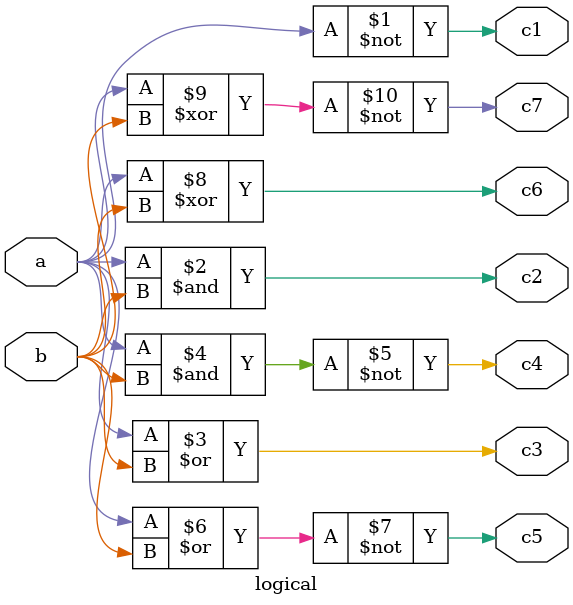
<source format=v>
module logical(a, b, c1, c2, c3, c4, c5, c6, c7);
input a, b;
output c1, c2, c3, c4, c5, c6, c7;
assign c1 = ~a;
assign c2 = a & b;
assign c3 = a | b;
assign c4 = ~(a & b);
assign c5 = ~(a | b);
assign c6 = a ^ b;
assign c7 = ~(a ^ b);
endmodule
</source>
